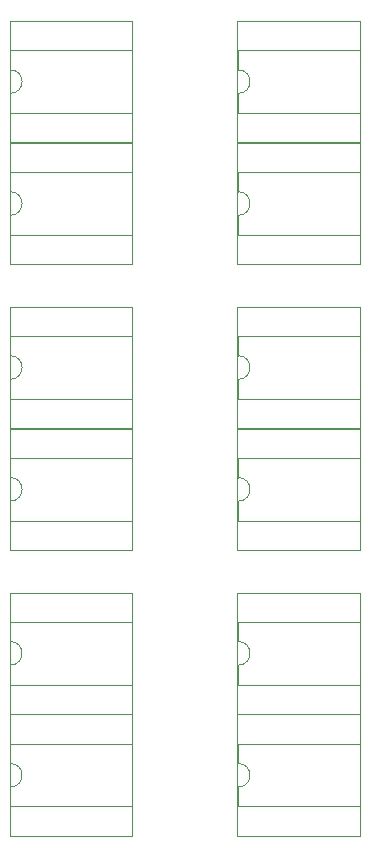
<source format=gbr>
%TF.GenerationSoftware,KiCad,Pcbnew,8.0.4*%
%TF.CreationDate,2024-09-15T22:50:30-03:00*%
%TF.ProjectId,panelized_TA65,70616e65-6c69-47a6-9564-5f544136352e,rev?*%
%TF.SameCoordinates,Original*%
%TF.FileFunction,Legend,Top*%
%TF.FilePolarity,Positive*%
%FSLAX46Y46*%
G04 Gerber Fmt 4.6, Leading zero omitted, Abs format (unit mm)*
G04 Created by KiCad (PCBNEW 8.0.4) date 2024-09-15 22:50:30*
%MOMM*%
%LPD*%
G01*
G04 APERTURE LIST*
%ADD10C,0.120000*%
G04 APERTURE END LIST*
D10*
%TO.C,U1*%
X153090000Y-92320500D02*
X153090000Y-102600500D01*
X153090000Y-102600500D02*
X163490000Y-102600500D01*
X153150000Y-94810500D02*
X153150000Y-96460500D01*
X153150000Y-98460500D02*
X153150000Y-100110500D01*
X153150000Y-100110500D02*
X163430000Y-100110500D01*
X163430000Y-94810500D02*
X153150000Y-94810500D01*
X163430000Y-100110500D02*
X163430000Y-94810500D01*
X163490000Y-92320500D02*
X153090000Y-92320500D01*
X163490000Y-102600500D02*
X163490000Y-92320500D01*
X153150000Y-96460500D02*
G75*
G02*
X153150000Y-98460500I0J-1000000D01*
G01*
X153090000Y-43920500D02*
X153090000Y-54200500D01*
X153090000Y-54200500D02*
X163490000Y-54200500D01*
X153150000Y-46410500D02*
X153150000Y-48060500D01*
X153150000Y-50060500D02*
X153150000Y-51710500D01*
X153150000Y-51710500D02*
X163430000Y-51710500D01*
X163430000Y-46410500D02*
X153150000Y-46410500D01*
X163430000Y-51710500D02*
X163430000Y-46410500D01*
X163490000Y-43920500D02*
X153090000Y-43920500D01*
X163490000Y-54200500D02*
X163490000Y-43920500D01*
X153150000Y-48060500D02*
G75*
G02*
X153150000Y-50060500I0J-1000000D01*
G01*
%TO.C,U2*%
X153090000Y-57800500D02*
X153090000Y-68080500D01*
X153090000Y-68080500D02*
X163490000Y-68080500D01*
X153150000Y-60290500D02*
X153150000Y-61940500D01*
X153150000Y-63940500D02*
X153150000Y-65590500D01*
X153150000Y-65590500D02*
X163430000Y-65590500D01*
X163430000Y-60290500D02*
X153150000Y-60290500D01*
X163430000Y-65590500D02*
X163430000Y-60290500D01*
X163490000Y-57800500D02*
X153090000Y-57800500D01*
X163490000Y-68080500D02*
X163490000Y-57800500D01*
X153150000Y-61940500D02*
G75*
G02*
X153150000Y-63940500I0J-1000000D01*
G01*
%TO.C,U1*%
X133790000Y-43920500D02*
X133790000Y-54200500D01*
X133790000Y-54200500D02*
X144190000Y-54200500D01*
X133850000Y-46410500D02*
X133850000Y-48060500D01*
X133850000Y-50060500D02*
X133850000Y-51710500D01*
X133850000Y-51710500D02*
X144130000Y-51710500D01*
X144130000Y-46410500D02*
X133850000Y-46410500D01*
X144130000Y-51710500D02*
X144130000Y-46410500D01*
X144190000Y-43920500D02*
X133790000Y-43920500D01*
X144190000Y-54200500D02*
X144190000Y-43920500D01*
X133850000Y-48060500D02*
G75*
G02*
X133850000Y-50060500I0J-1000000D01*
G01*
X133790000Y-92320500D02*
X133790000Y-102600500D01*
X133790000Y-102600500D02*
X144190000Y-102600500D01*
X133850000Y-94810500D02*
X133850000Y-96460500D01*
X133850000Y-98460500D02*
X133850000Y-100110500D01*
X133850000Y-100110500D02*
X144130000Y-100110500D01*
X144130000Y-94810500D02*
X133850000Y-94810500D01*
X144130000Y-100110500D02*
X144130000Y-94810500D01*
X144190000Y-92320500D02*
X133790000Y-92320500D01*
X144190000Y-102600500D02*
X144190000Y-92320500D01*
X133850000Y-96460500D02*
G75*
G02*
X133850000Y-98460500I0J-1000000D01*
G01*
%TO.C,U2*%
X153090000Y-33600500D02*
X153090000Y-43880500D01*
X153090000Y-43880500D02*
X163490000Y-43880500D01*
X153150000Y-36090500D02*
X153150000Y-37740500D01*
X153150000Y-39740500D02*
X153150000Y-41390500D01*
X153150000Y-41390500D02*
X163430000Y-41390500D01*
X163430000Y-36090500D02*
X153150000Y-36090500D01*
X163430000Y-41390500D02*
X163430000Y-36090500D01*
X163490000Y-33600500D02*
X153090000Y-33600500D01*
X163490000Y-43880500D02*
X163490000Y-33600500D01*
X153150000Y-37740500D02*
G75*
G02*
X153150000Y-39740500I0J-1000000D01*
G01*
%TO.C,U1*%
X153090000Y-68120500D02*
X153090000Y-78400500D01*
X153090000Y-78400500D02*
X163490000Y-78400500D01*
X153150000Y-70610500D02*
X153150000Y-72260500D01*
X153150000Y-74260500D02*
X153150000Y-75910500D01*
X153150000Y-75910500D02*
X163430000Y-75910500D01*
X163430000Y-70610500D02*
X153150000Y-70610500D01*
X163430000Y-75910500D02*
X163430000Y-70610500D01*
X163490000Y-68120500D02*
X153090000Y-68120500D01*
X163490000Y-78400500D02*
X163490000Y-68120500D01*
X153150000Y-72260500D02*
G75*
G02*
X153150000Y-74260500I0J-1000000D01*
G01*
%TO.C,U2*%
X133790000Y-82000500D02*
X133790000Y-92280500D01*
X133790000Y-92280500D02*
X144190000Y-92280500D01*
X133850000Y-84490500D02*
X133850000Y-86140500D01*
X133850000Y-88140500D02*
X133850000Y-89790500D01*
X133850000Y-89790500D02*
X144130000Y-89790500D01*
X144130000Y-84490500D02*
X133850000Y-84490500D01*
X144130000Y-89790500D02*
X144130000Y-84490500D01*
X144190000Y-82000500D02*
X133790000Y-82000500D01*
X144190000Y-92280500D02*
X144190000Y-82000500D01*
X133850000Y-86140500D02*
G75*
G02*
X133850000Y-88140500I0J-1000000D01*
G01*
X133790000Y-57800500D02*
X133790000Y-68080500D01*
X133790000Y-68080500D02*
X144190000Y-68080500D01*
X133850000Y-60290500D02*
X133850000Y-61940500D01*
X133850000Y-63940500D02*
X133850000Y-65590500D01*
X133850000Y-65590500D02*
X144130000Y-65590500D01*
X144130000Y-60290500D02*
X133850000Y-60290500D01*
X144130000Y-65590500D02*
X144130000Y-60290500D01*
X144190000Y-57800500D02*
X133790000Y-57800500D01*
X144190000Y-68080500D02*
X144190000Y-57800500D01*
X133850000Y-61940500D02*
G75*
G02*
X133850000Y-63940500I0J-1000000D01*
G01*
X133790000Y-33600500D02*
X133790000Y-43880500D01*
X133790000Y-43880500D02*
X144190000Y-43880500D01*
X133850000Y-36090500D02*
X133850000Y-37740500D01*
X133850000Y-39740500D02*
X133850000Y-41390500D01*
X133850000Y-41390500D02*
X144130000Y-41390500D01*
X144130000Y-36090500D02*
X133850000Y-36090500D01*
X144130000Y-41390500D02*
X144130000Y-36090500D01*
X144190000Y-33600500D02*
X133790000Y-33600500D01*
X144190000Y-43880500D02*
X144190000Y-33600500D01*
X133850000Y-37740500D02*
G75*
G02*
X133850000Y-39740500I0J-1000000D01*
G01*
%TO.C,U1*%
X133790000Y-68120500D02*
X133790000Y-78400500D01*
X133790000Y-78400500D02*
X144190000Y-78400500D01*
X133850000Y-70610500D02*
X133850000Y-72260500D01*
X133850000Y-74260500D02*
X133850000Y-75910500D01*
X133850000Y-75910500D02*
X144130000Y-75910500D01*
X144130000Y-70610500D02*
X133850000Y-70610500D01*
X144130000Y-75910500D02*
X144130000Y-70610500D01*
X144190000Y-68120500D02*
X133790000Y-68120500D01*
X144190000Y-78400500D02*
X144190000Y-68120500D01*
X133850000Y-72260500D02*
G75*
G02*
X133850000Y-74260500I0J-1000000D01*
G01*
%TO.C,U2*%
X153090000Y-82000500D02*
X153090000Y-92280500D01*
X153090000Y-92280500D02*
X163490000Y-92280500D01*
X153150000Y-84490500D02*
X153150000Y-86140500D01*
X153150000Y-88140500D02*
X153150000Y-89790500D01*
X153150000Y-89790500D02*
X163430000Y-89790500D01*
X163430000Y-84490500D02*
X153150000Y-84490500D01*
X163430000Y-89790500D02*
X163430000Y-84490500D01*
X163490000Y-82000500D02*
X153090000Y-82000500D01*
X163490000Y-92280500D02*
X163490000Y-82000500D01*
X153150000Y-86140500D02*
G75*
G02*
X153150000Y-88140500I0J-1000000D01*
G01*
%TD*%
M02*

</source>
